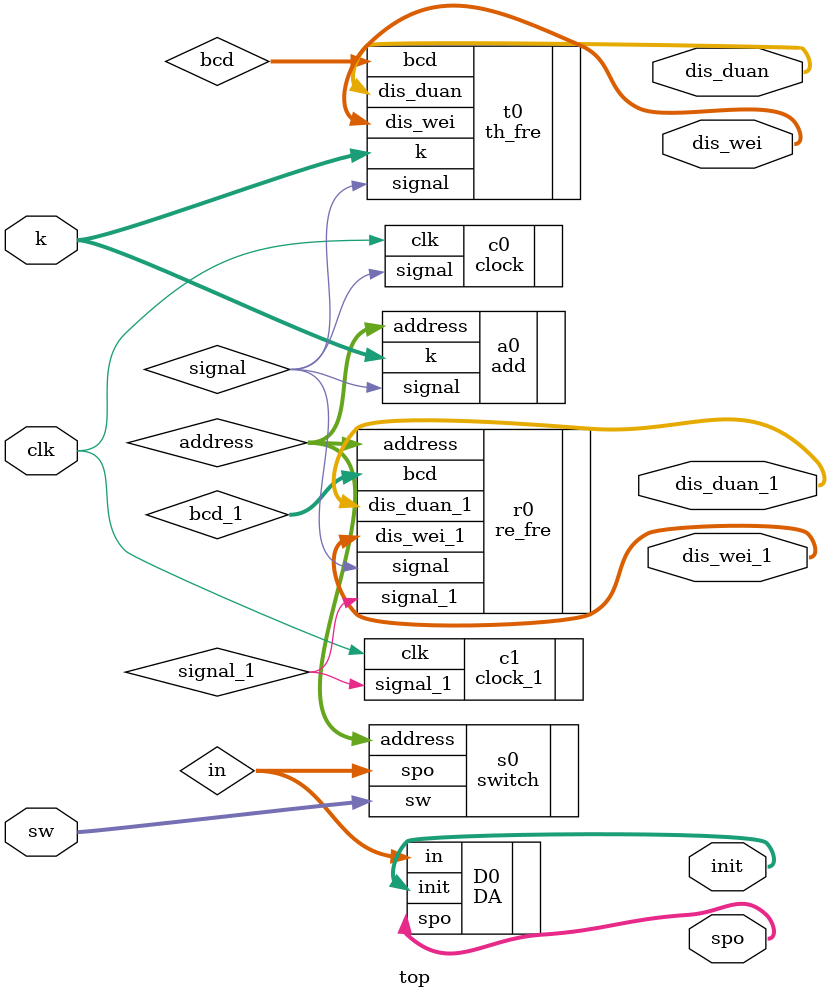
<source format=v>
`timescale 1ns / 1ps

//顶层模块
module top(
    input clk,      //100MHz时钟信号输入端
    input [7:0] k,      //8位拨动开关输入端
    input [3:0] sw,     //8位小拨动开关
    output [4:0] init,      //初始化DA芯片
    output [7:0] spo,       //输出的波形
    output wire [3:0] dis_duan,     //右端4位段选信号
    output wire [6:0] dis_wei,      //右端4位位选信号
    output wire [3:0] dis_duan_1,       //左端4位段选信号
    output wire [6:0] dis_wei_1     //左端4位位选信号
    );
    
    wire signal;        //10kHz时钟信号
    wire signal_1;      //0.5Hz时钟信号
    wire [7:0] in;      //中间变量承载波形
    wire [7:0] address;     //ROM地址
    wire [15:0] bcd;        //理论值的十进制BCD码
    wire [15:0] bcd_1;      //实际值的十进制BCD码

    //顶层调用产生10kHz时钟信号模块
    clock c0(
        .clk(clk),
        .signal(signal)
    );

    //顶层调用产生0.5Hz时钟信号模块
    clock_1 c1(
        .clk(clk),
        .signal_1(signal_1)
    );

    //顶层调用累加模块
    add a0(
        .signal(signal),
        .k(k),
        .address(address)
    );

    //顶层调用开关选择波形
    switch s0(
        .address(address),
        .spo(in),
        .sw(sw)
    );

    //顶层调用数模转换模块
    DA D0(
        .in(in),
        .init(init),
        .spo(spo)
    );

    //顶层调用理论频率模块
    th_fre t0(
        .signal(signal),
        .k(k),
        .bcd(bcd),
        .dis_duan(dis_duan),
        .dis_wei(dis_wei)
    );

    //顶层调用实际频率模块
    re_fre r0(
        .signal(signal),
        .signal_1(signal_1),
        .address(address),
        .bcd(bcd_1),
        .dis_duan_1(dis_duan_1),
        .dis_wei_1(dis_wei_1)
    );

endmodule

</source>
